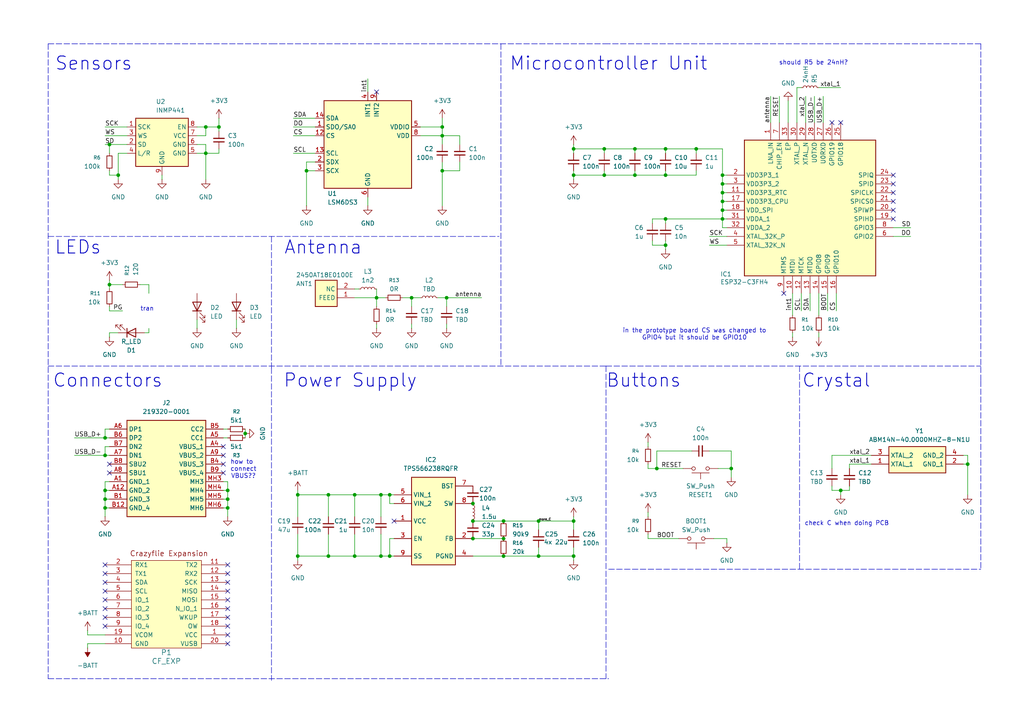
<source format=kicad_sch>
(kicad_sch (version 20250114) (generator "eeschema") (generator_version "9.0")
  (paper "A4")
  (title_block (title "Engineering thesis") (company "Poznan University of Technology") (comment 1 "Marco W. Santoro") (comment 2 "Olaf Bukowski"))
  (text "Power Supply" (at 101.6 110.49 0) (effects (font (size 3.81 3.81) (thickness 0.254) (bold yes))))
  (text "should R5 be 24nH?" (at 235.966 18.288 0) (effects (font (size 1.27 1.27))))
  (text "check C when doing PCB" (at 245.618 151.892 0) (effects (font (size 1.27 1.27))))
  (text "Antenna" (at 93.726 71.882 0) (effects (font (size 3.81 3.81) (thickness 0.254) (bold yes))))
  (text "Microcontroller Unit" (at 176.53 18.542 0) (effects (font (size 3.81 3.81) (thickness 0.254) (bold yes))))
  (text "in the prototype board CS was changed to\nGPIO4 but it should be GPIO10" (at 201.422 97.028 0) (effects (font (size 1.27 1.27))))
  (text "tran" (at 42.672 89.662 0) (effects (font (size 1.27 1.27))))
  (text "how to \nconnect\nVBUS??" (at 70.612 136.144 0) (effects (font (size 1.27 1.27))))
  (text "Sensors" (at 27.178 18.542 0) (effects (font (size 3.81 3.81) (thickness 0.254) (bold yes))))
  (text "Connectors" (at 31.242 110.49 0) (effects (font (size 3.81 3.81) (thickness 0.254) (bold yes))))
  (text "Crystal" (at 242.57 110.49 0) (effects (font (size 3.81 3.81) (thickness 0.254) (bold yes))))
  (text "LEDs" (at 22.606 71.882 0) (effects (font (size 3.81 3.81) (thickness 0.254) (bold yes))))
  (text "Buttons" (at 186.69 110.49 0) (effects (font (size 3.81 3.81) (thickness 0.254) (bold yes))))
  (junction (at 209.55 50.8))
  (junction (at 209.55 60.96))
  (junction (at 137.16 151.13))
  (junction (at 201.93 43.18))
  (junction (at 66.04 144.78))
  (junction (at 34.29 50.8))
  (junction (at 154.94 218.44))
  (junction (at 147.32 213.36))
  (junction (at 88.9 49.53))
  (junction (at 128.27 49.53))
  (junction (at 30.48 147.32))
  (junction (at 193.04 43.18))
  (junction (at 63.5 36.83))
  (junction (at 175.26 43.18))
  (junction (at 102.87 143.51))
  (junction (at 137.16 156.21))
  (junction (at 137.16 146.05))
  (junction (at 86.36 161.29))
  (junction (at 31.75 41.91))
  (junction (at 95.25 143.51))
  (junction (at 156.21 161.29))
  (junction (at 109.22 86.36))
  (junction (at 113.03 143.51))
  (junction (at 66.04 142.24))
  (junction (at 119.38 86.36))
  (junction (at 147.32 218.44))
  (junction (at 166.37 50.8))
  (junction (at 184.15 50.8))
  (junction (at 166.37 151.13))
  (junction (at 209.55 63.5))
  (junction (at 209.55 55.88))
  (junction (at 209.55 53.34))
  (junction (at 154.94 213.36))
  (junction (at 59.69 44.45))
  (junction (at 128.27 39.37))
  (junction (at 30.48 132.08))
  (junction (at 146.05 161.29))
  (junction (at 95.25 161.29))
  (junction (at 212.09 135.89))
  (junction (at 175.26 50.8))
  (junction (at 86.36 143.51))
  (junction (at 71.12 125.73))
  (junction (at 66.04 147.32))
  (junction (at 129.54 86.36))
  (junction (at 193.04 50.8))
  (junction (at 146.05 156.21))
  (junction (at 110.49 143.51))
  (junction (at 30.48 142.24))
  (junction (at 193.04 71.12))
  (junction (at 243.84 142.24))
  (junction (at 193.04 63.5))
  (junction (at 146.05 151.13))
  (junction (at 30.48 127))
  (junction (at 110.49 161.29))
  (junction (at 166.37 161.29))
  (junction (at 113.03 161.29))
  (junction (at 128.27 36.83))
  (junction (at 184.15 43.18))
  (junction (at 156.21 151.13))
  (junction (at 31.75 82.55))
  (junction (at 59.69 36.83))
  (junction (at 190.5 135.89))
  (junction (at 280.67 134.62))
  (junction (at 102.87 161.29))
  (junction (at 209.55 58.42))
  (junction (at 166.37 43.18))
  (junction (at 30.48 144.78))
  (no_connect (at 30.48 179.07))
  (no_connect (at 30.48 181.61))
  (no_connect (at 66.04 173.99))
  (no_connect (at 109.22 26.67))
  (no_connect (at 30.48 171.45))
  (no_connect (at 259.08 55.88))
  (no_connect (at 66.04 168.91))
  (no_connect (at 64.77 137.16))
  (no_connect (at 259.08 60.96))
  (no_connect (at 227.33 85.09))
  (no_connect (at 66.04 184.15))
  (no_connect (at 64.77 132.08))
  (no_connect (at 31.75 134.62))
  (no_connect (at 259.08 50.8))
  (no_connect (at 241.3 35.56))
  (no_connect (at 30.48 176.53))
  (no_connect (at 30.48 163.83))
  (no_connect (at 30.48 168.91))
  (no_connect (at 66.04 171.45))
  (no_connect (at 66.04 163.83))
  (no_connect (at 259.08 53.34))
  (no_connect (at 66.04 186.69))
  (no_connect (at 31.75 137.16))
  (no_connect (at 66.04 176.53))
  (no_connect (at 259.08 58.42))
  (no_connect (at 114.3 151.13))
  (no_connect (at 64.77 129.54))
  (no_connect (at 64.77 134.62))
  (no_connect (at 66.04 179.07))
  (no_connect (at 30.48 166.37))
  (no_connect (at 243.84 35.56))
  (no_connect (at 66.04 166.37))
  (no_connect (at 66.04 181.61))
  (no_connect (at 30.48 173.99))
  (no_connect (at 259.08 63.5))
  (wire (pts (xy 30.48 36.83) (xy 36.83 36.83)))
  (wire (pts (xy 184.15 43.18) (xy 193.04 43.18)))
  (wire (pts (xy 209.55 55.88) (xy 209.55 53.34)))
  (wire (pts (xy 31.75 139.7) (xy 30.48 139.7)))
  (wire (pts (xy 113.03 146.05) (xy 113.03 143.51)))
  (wire (pts (xy 242.57 85.09) (xy 242.57 90.17)))
  (wire (pts (xy 189.23 63.5) (xy 189.23 64.77)))
  (wire (pts (xy 137.16 156.21) (xy 146.05 156.21)))
  (wire (pts (xy 43.18 85.09) (xy 43.18 82.55)))
  (wire (pts (xy 133.35 39.37) (xy 133.35 41.91)))
  (wire (pts (xy 201.93 43.18) (xy 201.93 44.45)))
  (wire (pts (xy 30.48 132.08) (xy 30.48 129.54)))
  (wire (pts (xy 71.12 124.46) (xy 71.12 125.73)))
  (wire (pts (xy 259.08 68.58) (xy 264.16 68.58)))
  (wire (pts (xy 121.92 39.37) (xy 128.27 39.37)))
  (wire (pts (xy 189.23 71.12) (xy 189.23 69.85)))
  (wire (pts (xy 246.38 134.62) (xy 246.38 135.89)))
  (polyline (pts (xy 13.97 68.58) (xy 144.78 68.58)) (stroke (width 0) (type dash)))
  (wire (pts (xy 43.18 82.55) (xy 40.64 82.55)))
  (wire (pts (xy 210.82 68.58) (xy 205.74 68.58)))
  (polyline (pts (xy 78.74 106.68) (xy 78.74 197.358)) (stroke (width 0) (type dash)))
  (wire (pts (xy 110.49 143.51) (xy 113.03 143.51)))
  (wire (pts (xy 68.58 92.71) (xy 68.58 95.25)))
  (wire (pts (xy 237.49 96.52) (xy 237.49 97.79)))
  (wire (pts (xy 166.37 50.8) (xy 166.37 52.07)))
  (wire (pts (xy 209.55 50.8) (xy 210.82 50.8)))
  (wire (pts (xy 57.15 92.71) (xy 57.15 95.25)))
  (wire (pts (xy 43.18 96.52) (xy 43.18 95.25)))
  (wire (pts (xy 121.92 36.83) (xy 128.27 36.83)))
  (wire (pts (xy 184.15 50.8) (xy 193.04 50.8)))
  (wire (pts (xy 86.36 142.24) (xy 86.36 143.51)))
  (polyline (pts (xy 176.53 165.1) (xy 284.48 165.1)) (stroke (width 0) (type dash)))
  (wire (pts (xy 166.37 43.18) (xy 175.26 43.18)))
  (wire (pts (xy 86.36 143.51) (xy 95.25 143.51)))
  (wire (pts (xy 102.87 161.29) (xy 110.49 161.29)))
  (wire (pts (xy 241.3 132.08) (xy 252.73 132.08)))
  (wire (pts (xy 31.75 142.24) (xy 30.48 142.24)))
  (wire (pts (xy 147.32 218.44) (xy 154.94 218.44)))
  (wire (pts (xy 31.75 81.28) (xy 31.75 82.55)))
  (wire (pts (xy 280.67 134.62) (xy 280.67 132.08)))
  (polyline (pts (xy 13.97 12.7) (xy 13.97 196.85)) (stroke (width 0) (type dash)))
  (wire (pts (xy 193.04 63.5) (xy 209.55 63.5)))
  (wire (pts (xy 210.82 156.21) (xy 210.82 157.48)))
  (wire (pts (xy 280.67 132.08) (xy 279.4 132.08)))
  (wire (pts (xy 190.5 135.89) (xy 198.12 135.89)))
  (wire (pts (xy 110.49 149.86) (xy 110.49 143.51)))
  (wire (pts (xy 189.23 63.5) (xy 193.04 63.5)))
  (wire (pts (xy 116.84 86.36) (xy 119.38 86.36)))
  (polyline (pts (xy 175.768 106.172) (xy 175.768 196.85)) (stroke (width 0) (type dash)))
  (wire (pts (xy 34.29 96.52) (xy 31.75 96.52)))
  (wire (pts (xy 184.15 43.18) (xy 184.15 44.45)))
  (wire (pts (xy 31.75 82.55) (xy 31.75 83.82)))
  (wire (pts (xy 241.3 132.08) (xy 241.3 135.89)))
  (wire (pts (xy 113.03 156.21) (xy 113.03 161.29)))
  (wire (pts (xy 119.38 93.98) (xy 119.38 95.25)))
  (wire (pts (xy 63.5 43.18) (xy 63.5 44.45)))
  (wire (pts (xy 166.37 44.45) (xy 166.37 43.18)))
  (wire (pts (xy 129.54 86.36) (xy 139.7 86.36)))
  (wire (pts (xy 91.44 46.99) (xy 88.9 46.99)))
  (polyline (pts (xy 284.48 12.7) (xy 176.53 12.7)) (stroke (width 0) (type dash)))
  (wire (pts (xy 128.27 49.53) (xy 128.27 59.69)))
  (wire (pts (xy 209.55 60.96) (xy 209.55 63.5)))
  (wire (pts (xy 25.4 187.96) (xy 25.4 186.69)))
  (wire (pts (xy 85.09 39.37) (xy 91.44 39.37)))
  (wire (pts (xy 243.84 142.24) (xy 246.38 142.24)))
  (wire (pts (xy 201.93 43.18) (xy 209.55 43.18)))
  (wire (pts (xy 64.77 127) (xy 66.04 127)))
  (wire (pts (xy 109.22 88.9) (xy 109.22 86.36)))
  (wire (pts (xy 129.54 86.36) (xy 129.54 88.9)))
  (wire (pts (xy 106.68 57.15) (xy 106.68 59.69)))
  (wire (pts (xy 209.55 58.42) (xy 209.55 55.88)))
  (wire (pts (xy 190.5 130.81) (xy 200.66 130.81)))
  (wire (pts (xy 208.28 135.89) (xy 212.09 135.89)))
  (wire (pts (xy 128.27 46.99) (xy 128.27 49.53)))
  (wire (pts (xy 119.38 86.36) (xy 121.92 86.36)))
  (polyline (pts (xy 78.74 12.7) (xy 176.53 12.7)) (stroke (width 0) (type dash)))
  (wire (pts (xy 106.68 22.86) (xy 106.68 26.67)))
  (wire (pts (xy 102.87 143.51) (xy 110.49 143.51)))
  (wire (pts (xy 25.4 186.69) (xy 30.48 186.69)))
  (wire (pts (xy 193.04 49.53) (xy 193.04 50.8)))
  (wire (pts (xy 31.75 144.78) (xy 30.48 144.78)))
  (wire (pts (xy 86.36 154.94) (xy 86.36 161.29)))
  (wire (pts (xy 190.5 135.89) (xy 190.5 130.81)))
  (wire (pts (xy 102.87 143.51) (xy 102.87 149.86)))
  (wire (pts (xy 193.04 71.12) (xy 193.04 69.85)))
  (wire (pts (xy 175.26 50.8) (xy 184.15 50.8)))
  (wire (pts (xy 85.09 36.83) (xy 91.44 36.83)))
  (wire (pts (xy 64.77 142.24) (xy 66.04 142.24)))
  (wire (pts (xy 229.87 85.09) (xy 229.87 91.44)))
  (wire (pts (xy 86.36 161.29) (xy 86.36 162.56)))
  (wire (pts (xy 128.27 36.83) (xy 128.27 39.37)))
  (wire (pts (xy 243.84 25.4) (xy 237.49 25.4)))
  (wire (pts (xy 246.38 134.62) (xy 252.73 134.62)))
  (wire (pts (xy 63.5 44.45) (xy 59.69 44.45)))
  (wire (pts (xy 233.68 27.94) (xy 233.68 35.56)))
  (wire (pts (xy 193.04 63.5) (xy 193.04 64.77)))
  (wire (pts (xy 156.21 158.75) (xy 156.21 161.29)))
  (wire (pts (xy 34.29 44.45) (xy 36.83 44.45)))
  (wire (pts (xy 232.41 85.09) (xy 232.41 90.17)))
  (polyline (pts (xy 175.768 106.172) (xy 284.48 106.172)) (stroke (width 0) (type dash)))
  (wire (pts (xy 232.41 25.4) (xy 231.14 25.4)))
  (wire (pts (xy 187.96 156.21) (xy 196.85 156.21)))
  (polyline (pts (xy 13.97 106.172) (xy 175.768 106.172)) (stroke (width 0) (type dash)))
  (wire (pts (xy 187.96 128.27) (xy 187.96 129.54)))
  (wire (pts (xy 66.04 144.78) (xy 66.04 147.32)))
  (wire (pts (xy 66.04 139.7) (xy 66.04 142.24)))
  (wire (pts (xy 209.55 66.04) (xy 209.55 63.5)))
  (polyline (pts (xy 284.48 110.49) (xy 284.48 165.1)) (stroke (width 0) (type dash)))
  (wire (pts (xy 238.76 27.94) (xy 238.76 35.56)))
  (polyline (pts (xy 13.97 196.85) (xy 176.53 196.85)) (stroke (width 0) (type dash)))
  (wire (pts (xy 109.22 83.82) (xy 109.22 86.36)))
  (wire (pts (xy 30.48 124.46) (xy 31.75 124.46)))
  (wire (pts (xy 30.48 132.08) (xy 21.59 132.08)))
  (wire (pts (xy 240.03 85.09) (xy 240.03 90.17)))
  (wire (pts (xy 166.37 158.75) (xy 166.37 161.29)))
  (wire (pts (xy 187.96 148.59) (xy 187.96 149.86)))
  (wire (pts (xy 279.4 134.62) (xy 280.67 134.62)))
  (wire (pts (xy 193.04 43.18) (xy 201.93 43.18)))
  (wire (pts (xy 30.48 144.78) (xy 30.48 147.32)))
  (wire (pts (xy 71.12 127) (xy 71.12 125.73)))
  (wire (pts (xy 30.48 142.24) (xy 30.48 144.78)))
  (wire (pts (xy 31.75 90.17) (xy 35.56 90.17)))
  (wire (pts (xy 57.15 44.45) (xy 59.69 44.45)))
  (wire (pts (xy 85.09 44.45) (xy 91.44 44.45)))
  (wire (pts (xy 236.22 27.94) (xy 236.22 35.56)))
  (wire (pts (xy 154.94 213.36) (xy 162.56 213.36)))
  (wire (pts (xy 102.87 83.82) (xy 104.14 83.82)))
  (wire (pts (xy 46.99 50.8) (xy 46.99 52.07)))
  (wire (pts (xy 57.15 41.91) (xy 59.69 41.91)))
  (wire (pts (xy 129.54 93.98) (xy 129.54 95.25)))
  (wire (pts (xy 31.75 88.9) (xy 31.75 90.17)))
  (wire (pts (xy 31.75 96.52) (xy 31.75 97.79)))
  (polyline (pts (xy 145.288 12.7) (xy 145.288 106.172)) (stroke (width 0) (type dash)))
  (wire (pts (xy 109.22 93.98) (xy 109.22 95.25)))
  (wire (pts (xy 95.25 161.29) (xy 102.87 161.29)))
  (wire (pts (xy 59.69 44.45) (xy 59.69 52.07)))
  (wire (pts (xy 229.87 96.52) (xy 229.87 97.79)))
  (wire (pts (xy 31.75 49.53) (xy 31.75 50.8)))
  (wire (pts (xy 175.26 43.18) (xy 184.15 43.18)))
  (wire (pts (xy 64.77 147.32) (xy 66.04 147.32)))
  (wire (pts (xy 86.36 143.51) (xy 86.36 149.86)))
  (wire (pts (xy 223.52 27.94) (xy 223.52 35.56)))
  (wire (pts (xy 184.15 50.8) (xy 184.15 49.53)))
  (wire (pts (xy 41.91 96.52) (xy 43.18 96.52)))
  (wire (pts (xy 113.03 143.51) (xy 114.3 143.51)))
  (wire (pts (xy 147.32 213.36) (xy 154.94 213.36)))
  (wire (pts (xy 156.21 151.13) (xy 166.37 151.13)))
  (wire (pts (xy 128.27 34.29) (xy 128.27 36.83)))
  (wire (pts (xy 63.5 36.83) (xy 63.5 34.29)))
  (wire (pts (xy 209.55 53.34) (xy 209.55 50.8)))
  (wire (pts (xy 166.37 161.29) (xy 166.37 162.56)))
  (wire (pts (xy 35.56 82.55) (xy 31.75 82.55)))
  (wire (pts (xy 133.35 49.53) (xy 133.35 46.99)))
  (wire (pts (xy 205.74 130.81) (xy 212.09 130.81)))
  (polyline (pts (xy 231.902 106.172) (xy 231.902 165.1)) (stroke (width 0) (type dash)))
  (wire (pts (xy 166.37 50.8) (xy 175.26 50.8)))
  (wire (pts (xy 166.37 151.13) (xy 166.37 153.67)))
  (wire (pts (xy 114.3 146.05) (xy 113.03 146.05)))
  (wire (pts (xy 31.75 41.91) (xy 36.83 41.91)))
  (wire (pts (xy 86.36 161.29) (xy 95.25 161.29)))
  (wire (pts (xy 209.55 50.8) (xy 209.55 43.18)))
  (polyline (pts (xy 13.97 12.7) (xy 78.74 12.7)) (stroke (width 0) (type dash)))
  (wire (pts (xy 66.04 147.32) (xy 66.04 149.86)))
  (wire (pts (xy 110.49 154.94) (xy 110.49 161.29)))
  (wire (pts (xy 175.26 49.53) (xy 175.26 50.8)))
  (wire (pts (xy 127 86.36) (xy 129.54 86.36)))
  (wire (pts (xy 201.93 49.53) (xy 201.93 50.8)))
  (wire (pts (xy 102.87 154.94) (xy 102.87 161.29)))
  (wire (pts (xy 64.77 124.46) (xy 66.04 124.46)))
  (polyline (pts (xy 284.48 12.7) (xy 284.48 110.49)) (stroke (width 0) (type dash)))
  (wire (pts (xy 234.95 85.09) (xy 234.95 90.17)))
  (wire (pts (xy 64.77 144.78) (xy 66.04 144.78)))
  (wire (pts (xy 187.96 135.89) (xy 190.5 135.89)))
  (wire (pts (xy 156.21 161.29) (xy 166.37 161.29)))
  (wire (pts (xy 113.03 161.29) (xy 114.3 161.29)))
  (wire (pts (xy 243.84 142.24) (xy 243.84 143.51)))
  (wire (pts (xy 119.38 86.36) (xy 119.38 88.9)))
  (wire (pts (xy 85.09 34.29) (xy 91.44 34.29)))
  (wire (pts (xy 193.04 72.39) (xy 193.04 71.12)))
  (wire (pts (xy 31.75 41.91) (xy 31.75 44.45)))
  (wire (pts (xy 88.9 46.99) (xy 88.9 49.53)))
  (wire (pts (xy 25.4 182.88) (xy 25.4 184.15)))
  (wire (pts (xy 110.49 161.29) (xy 113.03 161.29)))
  (wire (pts (xy 210.82 66.04) (xy 209.55 66.04)))
  (wire (pts (xy 175.26 43.18) (xy 175.26 44.45)))
  (wire (pts (xy 154.94 218.44) (xy 162.56 218.44)))
  (wire (pts (xy 59.69 36.83) (xy 63.5 36.83)))
  (wire (pts (xy 30.48 129.54) (xy 31.75 129.54)))
  (wire (pts (xy 156.21 161.29) (xy 146.05 161.29)))
  (wire (pts (xy 209.55 55.88) (xy 210.82 55.88)))
  (wire (pts (xy 212.09 135.89) (xy 212.09 138.43)))
  (wire (pts (xy 193.04 50.8) (xy 201.93 50.8)))
  (wire (pts (xy 88.9 49.53) (xy 88.9 59.69)))
  (wire (pts (xy 259.08 66.04) (xy 264.16 66.04)))
  (wire (pts (xy 57.15 36.83) (xy 59.69 36.83)))
  (wire (pts (xy 226.06 27.94) (xy 226.06 35.56)))
  (wire (pts (xy 31.75 50.8) (xy 34.29 50.8)))
  (wire (pts (xy 207.01 156.21) (xy 210.82 156.21)))
  (wire (pts (xy 237.49 85.09) (xy 237.49 91.44)))
  (wire (pts (xy 128.27 39.37) (xy 133.35 39.37)))
  (wire (pts (xy 189.23 71.12) (xy 193.04 71.12)))
  (wire (pts (xy 95.25 143.51) (xy 95.25 149.86)))
  (wire (pts (xy 63.5 38.1) (xy 63.5 36.83)))
  (wire (pts (xy 187.96 134.62) (xy 187.96 135.89)))
  (wire (pts (xy 30.48 139.7) (xy 30.48 142.24)))
  (polyline (pts (xy 78.74 68.58) (xy 78.74 106.68)) (stroke (width 0) (type dash)))
  (wire (pts (xy 187.96 154.94) (xy 187.96 156.21)))
  (wire (pts (xy 66.04 142.24) (xy 66.04 144.78)))
  (wire (pts (xy 212.09 130.81) (xy 212.09 135.89)))
  (wire (pts (xy 31.75 132.08) (xy 30.48 132.08)))
  (wire (pts (xy 25.4 184.15) (xy 30.48 184.15)))
  (wire (pts (xy 95.25 143.51) (xy 102.87 143.51)))
  (wire (pts (xy 109.22 86.36) (xy 111.76 86.36)))
  (wire (pts (xy 147.32 213.36) (xy 147.32 212.09)))
  (wire (pts (xy 34.29 44.45) (xy 34.29 50.8)))
  (wire (pts (xy 205.74 71.12) (xy 210.82 71.12)))
  (wire (pts (xy 57.15 39.37) (xy 59.69 39.37)))
  (wire (pts (xy 30.48 127) (xy 30.48 124.46)))
  (wire (pts (xy 91.44 49.53) (xy 88.9 49.53)))
  (wire (pts (xy 34.29 50.8) (xy 34.29 52.07)))
  (wire (pts (xy 30.48 127) (xy 21.59 127)))
  (wire (pts (xy 114.3 156.21) (xy 113.03 156.21)))
  (wire (pts (xy 246.38 142.24) (xy 246.38 140.97)))
  (wire (pts (xy 147.32 218.44) (xy 147.32 219.71)))
  (wire (pts (xy 209.55 58.42) (xy 210.82 58.42)))
  (wire (pts (xy 193.04 43.18) (xy 193.04 44.45)))
  (wire (pts (xy 31.75 127) (xy 30.48 127)))
  (wire (pts (xy 128.27 39.37) (xy 128.27 41.91)))
  (wire (pts (xy 210.82 60.96) (xy 209.55 60.96)))
  (wire (pts (xy 228.6 29.21) (xy 228.6 35.56)))
  (wire (pts (xy 59.69 39.37) (xy 59.69 36.83)))
  (wire (pts (xy 30.48 39.37) (xy 36.83 39.37)))
  (wire (pts (xy 137.16 151.13) (xy 146.05 151.13)))
  (wire (pts (xy 30.48 147.32) (xy 30.48 149.86)))
  (wire (pts (xy 280.67 134.62) (xy 280.67 143.51)))
  (wire (pts (xy 166.37 49.53) (xy 166.37 50.8)))
  (wire (pts (xy 166.37 41.91) (xy 166.37 43.18)))
  (wire (pts (xy 59.69 41.91) (xy 59.69 44.45)))
  (wire (pts (xy 209.55 53.34) (xy 210.82 53.34)))
  (wire (pts (xy 156.21 151.13) (xy 156.21 153.67)))
  (wire (pts (xy 95.25 154.94) (xy 95.25 161.29)))
  (wire (pts (xy 241.3 142.24) (xy 243.84 142.24)))
  (wire (pts (xy 231.14 25.4) (xy 231.14 35.56)))
  (wire (pts (xy 146.05 151.13) (xy 156.21 151.13)))
  (wire (pts (xy 209.55 60.96) (xy 209.55 58.42)))
  (wire (pts (xy 241.3 140.97) (xy 241.3 142.24)))
  (wire (pts (xy 30.48 41.91) (xy 31.75 41.91)))
  (wire (pts (xy 109.22 86.36) (xy 102.87 86.36)))
  (wire (pts (xy 64.77 139.7) (xy 66.04 139.7)))
  (wire (pts (xy 31.75 147.32) (xy 30.48 147.32)))
  (wire (pts (xy 137.16 161.29) (xy 146.05 161.29)))
  (wire (pts (xy 166.37 149.86) (xy 166.37 151.13)))
  (wire (pts (xy 128.27 49.53) (xy 133.35 49.53)))
  (wire (pts (xy 209.55 63.5) (xy 210.82 63.5)))
  (label "WS" (at 30.48 39.37 0))
  (label "DO" (at 264.16 68.58 180))
  (label "antenna" (at 223.52 27.94 270))
  (label "antenna" (at 139.7 86.36 180))
  (label "more_C" (at 156.21 151.13 0) (effects (font (size 0.635 0.635))))
  (label "CS" (at 242.57 90.17 90))
  (label "more_C" (at 147.32 212.09 0) (effects (font (size 0.635 0.635))))
  (label "BOOT" (at 240.03 90.17 90))
  (label "USB_D+" (at 21.59 127 0))
  (label "SCL" (at 232.41 90.17 90))
  (label "xtal_2" (at 233.68 27.94 270))
  (label "SD" (at 264.16 66.04 180))
  (label "int1" (at 106.68 22.86 270))
  (label "SD" (at 30.48 41.91 0))
  (label "USB_D-" (at 236.22 27.94 270))
  (label "SDA" (at 234.95 90.17 90))
  (label "PG" (at 35.56 90.17 180))
  (label "SDA" (at 85.09 34.29 0))
  (label "SCK" (at 30.48 36.83 0))
  (label "xtal_1" (at 243.84 25.4 180))
  (label "RESET" (at 191.77 135.89 0))
  (label "xtal_2" (at 246.38 132.08 0))
  (label "DO" (at 85.09 36.83 0))
  (label "USB_D+" (at 238.76 27.94 270))
  (label "WS" (at 205.74 71.12 0))
  (label "USB_D-" (at 21.59 132.08 0))
  (label "RESET" (at 226.06 27.94 270))
  (label "BOOT" (at 190.5 156.21 0))
  (label "int1" (at 229.87 90.17 90))
  (label "SCL" (at 85.09 44.45 0))
  (label "xtal_1" (at 246.38 134.62 0))
  (label "CS" (at 85.09 39.37 0))
  (label "SCK" (at 205.74 68.58 0))
  (symbol (lib_name "CF_EXP_LEFT_2") (lib_id "template-rescue:CF_EXP_LEFT") (at 48.26 175.26 0) (unit 1)
    (property "Reference" "P1" (at 48.26 189.23 0) (effects (font (size 1.524 1.524))))
    (property "Value" "CF_EXP" (at 48.26 191.77 0) (effects (font (size 1.524 1.524))))
    (property "Footprint" "drone_connector:drone_connector" (effects (hide yes)))
  )
  (symbol (lib_id "power:GND") (at 66.04 149.86 0) (unit 1)
    (property "Reference" "#PWR025" (effects (hide yes)))
    (property "Value" "GND" (at 66.04 154.94 0))
    (property "Description" "Power symbol creates a global label with name \"GND\" , ground" (effects (hide yes)))
  )
  (symbol (lib_id "power:+3V3") (at 63.5 34.29 0) (unit 1)
    (property "Reference" "#PWR09" (effects (hide yes)))
    (property "Value" "+3V3" (at 63.5 29.21 0))
    (property "Description" "Power symbol creates a global label with name \"+3V3\"" (effects (hide yes)))
  )
  (symbol (lib_id "power:GND") (at 243.84 143.51 0) (unit 1)
    (property "Reference" "#PWR020" (effects (hide yes)))
    (property "Value" "GND" (at 243.84 148.59 0))
    (property "Description" "Power symbol creates a global label with name \"GND\" , ground" (effects (hide yes)))
  )
  (symbol (lib_id "power:+3V3") (at 166.37 41.91 0) (unit 1)
    (property "Reference" "#PWR02" (effects (hide yes)))
    (property "Value" "+3V3" (at 166.37 36.83 0))
    (property "Description" "Power symbol creates a global label with name \"+3V3\"" (effects (hide yes)))
  )
  (symbol (lib_id "power:GND") (at 280.67 143.51 0) (unit 1)
    (property "Reference" "#PWR019" (effects (hide yes)))
    (property "Value" "GND" (at 280.67 148.59 0))
    (property "Description" "Power symbol creates a global label with name \"GND\" , ground" (effects (hide yes)))
  )
  (symbol (lib_id "Device:C_Small") (at 193.04 46.99 180) (unit 1)
    (property "Reference" "C10" (at 195.58 45.7135 0) (effects (justify right)))
    (property "Value" "10u" (at 195.58 48.2535 0) (effects (justify right)))
    (property "Footprint" "Capacitor_SMD:C_0603_1608Metric" (effects (hide yes)))
    (property "Description" "Unpolarized capacitor, small symbol" (effects (hide yes)))
  )
  (symbol (lib_id "power:GND") (at 128.27 59.69 0) (unit 1)
    (property "Reference" "#PWR05" (effects (hide yes)))
    (property "Value" "GND" (at 128.27 64.77 0))
    (property "Description" "Power symbol creates a global label with name \"GND\" , ground" (effects (hide yes)))
  )
  (symbol (lib_id "power:GND") (at 166.37 52.07 0) (unit 1)
    (property "Reference" "#PWR018" (effects (hide yes)))
    (property "Value" "GND" (at 166.37 57.15 0))
    (property "Description" "Power symbol creates a global label with name \"GND\" , ground" (effects (hide yes)))
  )
  (symbol (lib_id "Device:L_Small") (at 234.95 25.4 270) (mirror x) (unit 1)
    (property "Reference" "R5" (at 236.2201 24.13 0) (effects (justify left)))
    (property "Value" "24nH" (at 233.6801 24.13 0) (effects (justify left)))
    (property "Footprint" "coil_24nH:LQW2BAN11NG00L" (effects (hide yes)))
    (property "Description" "Inductor, small symbol" (effects (hide yes)))
  )
  (symbol (lib_id "power:GND") (at 46.99 52.07 0) (unit 1)
    (property "Reference" "#PWR07" (effects (hide yes)))
    (property "Value" "GND" (at 46.99 57.15 0))
    (property "Description" "Power symbol creates a global label with name \"GND\" , ground" (effects (hide yes)))
  )
  (symbol (lib_id "power:+BATT") (at 25.4 182.88 0) (unit 1)
    (property "Reference" "#PWR028" (effects (hide yes)))
    (property "Value" "+BATT" (at 25.4 177.8 0))
    (property "Description" "Power symbol creates a global label with name \"+BATT\"" (effects (hide yes)))
  )
  (symbol (lib_id "power:GND") (at 229.87 97.79 0) (unit 1)
    (property "Reference" "#PWR011" (effects (hide yes)))
    (property "Value" "GND" (at 229.87 102.87 0))
    (property "Description" "Power symbol creates a global label with name \"GND\" , ground" (effects (hide yes)))
  )
  (symbol (lib_id "Device:R_Small") (at 31.75 46.99 0) (unit 1)
    (property "Reference" "R6" (at 29.21 45.7199 0) (effects (font (size 1.016 1.016)) (justify right)))
    (property "Value" "100k" (at 29.21 48.2599 0) (effects (justify right)))
    (property "Footprint" "Resistor_SMD:R_0603_1608Metric" (effects (hide yes)))
    (property "Description" "Resistor, small symbol" (effects (hide yes)))
  )
  (symbol (lib_id "power:GND") (at 109.22 95.25 0) (unit 1)
    (property "Reference" "#PWR037" (effects (hide yes)))
    (property "Value" "GND" (at 109.22 100.33 0))
    (property "Description" "Power symbol creates a global label with name \"GND\" , ground" (effects (hide yes)))
  )
  (symbol (lib_id "power:+3V3") (at 166.37 149.86 0) (unit 1)
    (property "Reference" "#PWR042" (effects (hide yes)))
    (property "Value" "+3V3" (at 166.37 144.78 0))
    (property "Description" "Power symbol creates a global label with name \"+3V3\"" (effects (hide yes)))
  )
  (symbol (lib_id "Device:R_Small") (at 31.75 86.36 0) (mirror y) (unit 1)
    (property "Reference" "R11" (at 29.21 85.0899 0) (effects (font (size 1.016 1.016)) (justify left)))
    (property "Value" "10k" (at 29.21 87.6299 0) (effects (justify left)))
    (property "Footprint" "Resistor_SMD:R_0603_1608Metric" (effects (hide yes)))
    (property "Description" "Resistor, small symbol" (effects (hide yes)))
  )
  (symbol (lib_id "TPS566238RQFR:TPS566238RQFR") (at 114.3 140.97 0) (unit 1)
    (property "Reference" "IC2" (at 124.968 133.35 0))
    (property "Value" "TPS566238RQFR" (at 124.968 135.89 0))
    (property "Footprint" "TPS566238RQFR" (effects (hide yes)))
    (property "Datasheet" "https://www.ti.com/lit/ds/symlink/tps566238.pdf?ts=1674445033157&ref_url=https%253A%252F%252Fwww.ti.com%252Fproduct%252FTPS566238%252Fpart-details%252FTPS566238RQFR" (effects (hide yes)))
    (property "Description" "Switching Voltage Regulators 3-V to 18-V input, 6-A synchronous step-down regulator with forced continuous conduction mode 9-VQFN-HR -40 to 125" (effects (hide yes)))
    (property "Height" "1" (effects (hide yes)))
    (property "Mouser Part Number" "595-TPS566238RQFR" (effects (hide yes)))
    (property "Mouser Price/Stock" "https://www.mouser.co.uk/ProductDetail/Texas-Instruments/TPS566238RQFR?qs=stqOd1AaK7%252BIxOvIy4vX6A%3D%3D" (effects (hide yes)))
    (property "Manufacturer_Name" "Texas Instruments" (effects (hide yes)))
    (property "Manufacturer_Part_Number" "TPS566238RQFR" (effects (hide yes)))
  )
  (symbol (lib_id "Device:R_Small") (at 187.96 152.4 0) (mirror y) (unit 1)
    (property "Reference" "R9" (at 185.42 151.1299 0) (effects (font (size 1.016 1.016)) (justify left)))
    (property "Value" "10k" (at 185.42 153.6699 0) (effects (justify left)))
    (property "Footprint" "Resistor_SMD:R_0603_1608Metric" (effects (hide yes)))
    (property "Description" "Resistor, small symbol" (effects (hide yes)))
  )
  (symbol (lib_id "power:+3V3") (at 187.96 128.27 0) (unit 1)
    (property "Reference" "#PWR016" (effects (hide yes)))
    (property "Value" "+3V3" (at 187.96 123.19 0))
    (property "Description" "Power symbol creates a global label with name \"+3V3\"" (effects (hide yes)))
  )
  (symbol (lib_id "Device:R_Small") (at 114.3 86.36 90) (unit 1)
    (property "Reference" "R13" (at 114.3 81.28 90) (effects (font (size 1.016 1.016))))
    (property "Value" "0R" (at 114.3 83.82 90))
    (property "Footprint" "Resistor_SMD:R_0603_1608Metric" (effects (hide yes)))
    (property "Description" "Resistor, small symbol" (effects (hide yes)))
  )
  (symbol (lib_id "power:GND") (at 68.58 95.25 0) (unit 1)
    (property "Reference" "#PWR033" (effects (hide yes)))
    (property "Value" "GND" (at 68.58 100.33 0))
    (property "Description" "Power symbol creates a global label with name \"GND\" , ground" (effects (hide yes)))
  )
  (symbol (lib_id "ESP32-C3FH4:ESP32-C3FH4") (at 210.82 53.34 0) (unit 1)
    (property "Reference" "IC1" (at 210.566 79.502 0))
    (property "Value" "ESP32-C3FH4" (at 215.9 81.788 0))
    (property "Footprint" "ESP32-C3FH4:QFN50P500X500X90-33N-D" (effects (hide yes)))
    (property "Datasheet" "https://www.espressif.com/sites/default/files/documentation/esp32-c3_datasheet_en.pdf" (effects (hide yes)))
    (property "Description" "RF System on a Chip - SoC SMD IC ESP32-C3FH4, single-core MCU, 2.4G Wi-Fi & BLE 5.0 combo, QFN 32-pin, 5*5 mm, 4 MB flash inside, -40C +105C" (effects (hide yes)))
    (property "Height" "0.9" (effects (hide yes)))
    (property "Mouser Part Number" "356-ESP32-C3FH4" (effects (hide yes)))
    (property "Mouser Price/Stock" "https://www.mouser.co.uk/ProductDetail/Espressif-Systems/ESP32-C3FH4?qs=iLbezkQI%252BsgL5PSvEueYlQ%3D%3D" (effects (hide yes)))
    (property "Manufacturer_Name" "Espressif Systems" (effects (hide yes)))
    (property "Manufacturer_Part_Number" "ESP32-C3FH4" (effects (hide yes)))
  )
  (symbol (lib_id "Device:C_Small") (at 119.38 91.44 0) (mirror y) (unit 1)
    (property "Reference" "C17" (at 121.92 90.1762 0) (effects (justify right)))
    (property "Value" "TBD" (at 121.92 92.7162 0) (effects (justify right)))
    (property "Footprint" "Capacitor_SMD:C_0603_1608Metric" (effects (hide yes)))
    (property "Description" "Unpolarized capacitor, small symbol" (effects (hide yes)))
  )
  (symbol (lib_id "Device:C_Small") (at 184.15 46.99 180) (unit 1)
    (property "Reference" "C9" (at 186.69 45.7135 0) (effects (justify right)))
    (property "Value" "100n" (at 186.69 48.2535 0) (effects (justify right)))
    (property "Footprint" "Capacitor_SMD:C_0603_1608Metric" (effects (hide yes)))
    (property "Description" "Unpolarized capacitor, small symbol" (effects (hide yes)))
  )
  (symbol (lib_id "power:+3V3") (at 187.96 148.59 0) (unit 1)
    (property "Reference" "#PWR034" (effects (hide yes)))
    (property "Value" "+3V3" (at 187.96 143.51 0))
    (property "Description" "Power symbol creates a global label with name \"+3V3\"" (effects (hide yes)))
  )
  (symbol (lib_id "Timer_RTC:DS1602") (at 46.99 41.91 0) (unit 1)
    (property "Reference" "U2" (at 45.212 29.464 0) (effects (justify left)))
    (property "Value" "INMP441" (at 45.212 32.004 0) (effects (justify left)))
    (property "Footprint" "INMP441:INMP441" (effects (hide yes)))
    (property "Datasheet" "https://datasheets.maximintegrated.com/en/ds/DS1602.pdf" (effects (hide yes)))
    (property "Description" "Elapsed Time Counter, -40 to +85 C, 2.5V to 5.5V VCC, DIP-8, SO-8" (effects (hide yes)))
  )
  (symbol (lib_id "Switch:SW_Push") (at 201.93 156.21 180) (unit 1)
    (property "Reference" "BOOT1" (at 201.93 151.13 0))
    (property "Value" "SW_Push" (at 201.93 153.67 0))
    (property "Footprint" "PTS526SK15SMTR2_LFS:PTS526SK15SMTR2LFS" (effects (hide yes)))
    (property "Description" "Push button switch, generic, two pins" (effects (hide yes)))
  )
  (symbol (lib_id "power:+BATT") (at 86.36 142.24 0) (unit 1)
    (property "Reference" "#PWR038" (effects (hide yes)))
    (property "Value" "+BATT" (at 86.36 137.16 0))
    (property "Description" "Power symbol creates a global label with name \"+BATT\"" (effects (hide yes)))
  )
  (symbol (lib_id "power:GND") (at 228.6 29.21 180) (unit 1)
    (property "Reference" "#PWR023" (effects (hide yes)))
    (property "Value" "GND" (at 228.6 24.13 0))
    (property "Description" "Power symbol creates a global label with name \"GND\" , ground" (effects (hide yes)))
  )
  (symbol (lib_id "power:GND") (at 34.29 52.07 0) (unit 1)
    (property "Reference" "#PWR010" (effects (hide yes)))
    (property "Value" "GND" (at 34.29 57.15 0))
    (property "Description" "Power symbol creates a global label with name \"GND\" , ground" (effects (hide yes)))
  )
  (symbol (lib_id "Device:C_Small") (at 156.21 156.21 0) (unit 1)
    (property "Reference" "C25" (at 157.988 154.94 0) (effects (justify left)))
    (property "Value" "4x 22u" (at 157.734 157.226 0) (effects (justify left)))
    (property "Footprint" "Capacitor_SMD:C_0603_1608Metric" (effects (hide yes)))
    (property "Description" "Unpolarized capacitor, small symbol" (effects (hide yes)))
  )
  (symbol (lib_id "Device:C_Small") (at 86.36 152.4 0) (mirror y) (unit 1)
    (property "Reference" "C19" (at 84.328 151.13 0) (effects (justify left)))
    (property "Value" "47u" (at 84.328 153.67 0) (effects (justify left)))
    (property "Footprint" "cap_47u:CAPC3216X229N" (effects (hide yes)))
    (property "Description" "Unpolarized capacitor, small symbol" (effects (hide yes)))
  )
  (symbol (lib_id "Device:R_Small") (at 146.05 158.75 0) (unit 1)
    (property "Reference" "R16" (at 148.59 157.4799 0) (effects (font (size 1.016 1.016)) (justify left)))
    (property "Value" "20k" (at 148.59 160.0199 0) (effects (justify left)))
    (property "Footprint" "Resistor_SMD:R_0603_1608Metric" (effects (hide yes)))
    (property "Description" "Resistor, small symbol" (effects (hide yes)))
  )
  (symbol (lib_id "Device:C_Small") (at 166.37 156.21 0) (unit 1)
    (property "Reference" "C26" (at 168.91 154.9462 0) (effects (justify left)))
    (property "Value" "100n" (at 168.91 157.4862 0) (effects (justify left)))
    (property "Footprint" "Capacitor_SMD:C_0603_1608Metric" (effects (hide yes)))
    (property "Description" "Unpolarized capacitor, small symbol" (effects (hide yes)))
  )
  (symbol (lib_id "power:GND") (at 119.38 95.25 0) (unit 1)
    (property "Reference" "#PWR030" (effects (hide yes)))
    (property "Value" "GND" (at 119.38 100.33 0))
    (property "Description" "Power symbol creates a global label with name \"GND\" , ground" (effects (hide yes)))
  )
  (symbol (lib_id "power:GND") (at 210.82 157.48 0) (unit 1)
    (property "Reference" "#PWR014" (effects (hide yes)))
    (property "Value" "GND" (at 210.82 162.56 0))
    (property "Description" "Power symbol creates a global label with name \"GND\" , ground" (effects (hide yes)))
  )
  (symbol (lib_id "Device:R_Small") (at 187.96 132.08 0) (mirror y) (unit 1)
    (property "Reference" "R4" (at 185.42 130.8099 0) (effects (font (size 1.016 1.016)) (justify left)))
    (property "Value" "10k" (at 185.42 133.3499 0) (effects (justify left)))
    (property "Footprint" "Resistor_SMD:R_0603_1608Metric" (effects (hide yes)))
    (property "Description" "Resistor, small symbol" (effects (hide yes)))
  )
  (symbol (lib_id "Device:R_Small") (at 68.58 127 90) (mirror x) (unit 1)
    (property "Reference" "R3" (at 68.58 132.08 90) (effects (font (size 1.016 1.016))))
    (property "Value" "5k1" (at 68.58 129.54 90))
    (property "Footprint" "Resistor_SMD:R_0603_1608Metric" (effects (hide yes)))
    (property "Description" "Resistor, small symbol" (effects (hide yes)))
  )
  (symbol (lib_id "power:GND") (at 86.36 162.56 0) (unit 1)
    (property "Reference" "#PWR039" (effects (hide yes)))
    (property "Value" "GND" (at 86.36 167.64 0))
    (property "Description" "Power symbol creates a global label with name \"GND\" , ground" (effects (hide yes)))
  )
  (symbol (lib_id "Device:C_Small") (at 246.38 138.43 0) (unit 1)
    (property "Reference" "C12" (at 248.92 137.1662 0) (effects (justify left)))
    (property "Value" "TBD" (at 248.92 139.7062 0) (effects (justify left)))
    (property "Footprint" "Capacitor_SMD:C_0603_1608Metric" (effects (hide yes)))
    (property "Description" "Unpolarized capacitor, small symbol" (effects (hide yes)))
  )
  (symbol (lib_id "Device:C_Small") (at 129.54 91.44 0) (mirror y) (unit 1)
    (property "Reference" "C18" (at 132.08 90.1762 0) (effects (justify right)))
    (property "Value" "TBD" (at 132.08 92.7162 0) (effects (justify right)))
    (property "Footprint" "Capacitor_SMD:C_0603_1608Metric" (effects (hide yes)))
    (property "Description" "Unpolarized capacitor, small symbol" (effects (hide yes)))
  )
  (symbol (lib_id "power:GND") (at 129.54 95.25 0) (unit 1)
    (property "Reference" "#PWR021" (effects (hide yes)))
    (property "Value" "GND" (at 129.54 100.33 0))
    (property "Description" "Power symbol creates a global label with name \"GND\" , ground" (effects (hide yes)))
  )
  (symbol (lib_id "Switch:SW_Push") (at 203.2 135.89 180) (unit 1)
    (property "Reference" "RESET1" (at 203.2 143.51 0))
    (property "Value" "SW_Push" (at 203.2 140.97 0))
    (property "Footprint" "PTS526SK15SMTR2_LFS:PTS526SK15SMTR2LFS" (effects (hide yes)))
    (property "Description" "Push button switch, generic, two pins" (effects (hide yes)))
  )
  (symbol (lib_id "power:GND") (at 59.69 52.07 0) (unit 1)
    (property "Reference" "#PWR08" (effects (hide yes)))
    (property "Value" "GND" (at 59.69 57.15 0))
    (property "Description" "Power symbol creates a global label with name \"GND\" , ground" (effects (hide yes)))
  )
  (symbol (lib_id "power:+3V3") (at 128.27 34.29 0) (unit 1)
    (property "Reference" "#PWR04" (effects (hide yes)))
    (property "Value" "+3V3" (at 128.27 29.21 0))
    (property "Description" "Power symbol creates a global label with name \"+3V3\"" (effects (hide yes)))
  )
  (symbol (lib_id "power:+3V3") (at 237.49 97.79 180) (unit 1)
    (property "Reference" "#PWR035" (effects (hide yes)))
    (property "Value" "+3V3" (at 237.49 102.87 0))
    (property "Description" "Power symbol creates a global label with name \"+3V3\"" (effects (hide yes)))
  )
  (symbol (lib_id "Device:LED") (at 68.58 88.9 90) (unit 1)
    (property "Reference" "D3" (at 72.39 89.2174 90) (effects (justify right)))
    (property "Value" "LED" (at 72.39 91.7574 90) (effects (justify right)))
    (property "Description" "Light emitting diode" (effects (hide yes)))
    (property "Sim.Pins" "1=K 2=A" (effects (hide yes)))
  )
  (symbol (lib_id "Device:LED") (at 38.1 96.52 0) (mirror x) (unit 1)
    (property "Reference" "D1" (at 38.1 101.6 0))
    (property "Value" "R_LED" (at 38.1 99.06 0))
    (property "Description" "Light emitting diode" (effects (hide yes)))
    (property "Sim.Pins" "1=K 2=A" (effects (hide yes)))
  )
  (symbol (lib_id "Sensor_Motion:LSM6DS3") (at 106.68 41.91 0) (unit 1)
    (property "Reference" "U1" (at 94.996 56.134 0) (effects (justify left)))
    (property "Value" "LSM6DS3" (at 94.996 58.674 0) (effects (justify left)))
    (property "Footprint" "Package_LGA:LGA-14_3x2.5mm_P0.5mm_LayoutBorder3x4y" (effects (hide yes)))
    (property "Datasheet" "https://www.st.com/resource/en/datasheet/lsm6ds3tr-c.pdf" (effects (hide yes)))
    (property "Description" "I2C/SPI, iNEMO inertial module: always-on 3D accelerometer and 3D gyroscope" (effects (hide yes)))
  )
  (symbol (lib_id "Device:C_Small") (at 162.56 215.9 0) (unit 1)
    (property "Reference" "C16" (at 164.338 214.63 0) (effects (justify left)))
    (property "Value" "22u" (at 164.084 216.916 0) (effects (justify left)))
    (property "Footprint" "Capacitor_SMD:C_0603_1608Metric" (effects (hide yes)))
    (property "Description" "Unpolarized capacitor, small symbol" (effects (hide yes)))
  )
  (symbol (lib_id "Device:C_Small") (at 137.16 153.67 0) (unit 1)
    (property "Reference" "C24" (at 139.7 152.4062 0) (effects (justify left)))
    (property "Value" "33p" (at 139.7 154.9462 0) (effects (justify left)))
    (property "Footprint" "Capacitor_SMD:C_0603_1608Metric" (effects (hide yes)))
    (property "Description" "Unpolarized capacitor, small symbol" (effects (hide yes)))
  )
  (symbol (lib_id "Device:C_Small") (at 201.93 46.99 180) (unit 1)
    (property "Reference" "C11" (at 204.47 45.7135 0) (effects (justify right)))
    (property "Value" "1u" (at 204.47 48.2535 0) (effects (justify right)))
    (property "Footprint" "Capacitor_SMD:C_0603_1608Metric" (effects (hide yes)))
    (property "Description" "Unpolarized capacitor, small symbol" (effects (hide yes)))
  )
  (symbol (lib_id "Device:C_Small") (at 95.25 152.4 0) (mirror y) (unit 1)
    (property "Reference" "C22" (at 93.218 151.13 0) (effects (justify left)))
    (property "Value" "100n" (at 93.218 153.67 0) (effects (justify left)))
    (property "Footprint" "Capacitor_SMD:C_0603_1608Metric" (effects (hide yes)))
    (property "Description" "Unpolarized capacitor, small symbol" (effects (hide yes)))
  )
  (symbol (lib_id "power:GND") (at 31.75 97.79 0) (unit 1)
    (property "Reference" "#PWR036" (effects (hide yes)))
    (property "Value" "GND" (at 31.75 102.87 0))
    (property "Description" "Power symbol creates a global label with name \"GND\" , ground" (effects (hide yes)))
  )
  (symbol (lib_id "Device:LED") (at 57.15 88.9 90) (unit 1)
    (property "Reference" "D2" (at 60.96 89.2174 90) (effects (justify right)))
    (property "Value" "LED" (at 60.96 91.7574 90) (effects (justify right)))
    (property "Description" "Light emitting diode" (effects (hide yes)))
    (property "Sim.Pins" "1=K 2=A" (effects (hide yes)))
  )
  (symbol (lib_id "Device:L_Small") (at 137.16 148.59 0) (unit 1)
    (property "Reference" "L4" (at 139.7 147.3199 0) (effects (justify left)))
    (property "Value" "1.5u" (at 139.7 149.8599 0) (effects (justify left)))
    (property "Footprint" "74438357015:74438357015" (effects (hide yes)))
    (property "Description" "Inductor, small symbol" (effects (hide yes)))
  )
  (symbol (lib_id "Device:R_Small") (at 68.58 124.46 270) (mirror x) (unit 1)
    (property "Reference" "R2" (at 68.58 119.38 90) (effects (font (size 1.016 1.016))))
    (property "Value" "5k1" (at 68.58 121.92 90))
    (property "Footprint" "Resistor_SMD:R_0603_1608Metric" (effects (hide yes)))
    (property "Description" "Resistor, small symbol" (effects (hide yes)))
  )
  (symbol (lib_id "power:GND") (at 166.37 162.56 0) (unit 1)
    (property "Reference" "#PWR041" (effects (hide yes)))
    (property "Value" "GND" (at 166.37 167.64 0))
    (property "Description" "Power symbol creates a global label with name \"GND\" , ground" (effects (hide yes)))
  )
  (symbol (lib_id "Device:C_Small") (at 137.16 143.51 180) (unit 1)
    (property "Reference" "C27" (at 138.938 141.986 0) (effects (justify right)))
    (property "Value" "100n" (at 138.938 144.526 0) (effects (justify right)))
    (property "Footprint" "Capacitor_SMD:C_0603_1608Metric" (effects (hide yes)))
    (property "Description" "Unpolarized capacitor, small symbol" (effects (hide yes)))
  )
  (symbol (lib_id "Device:C_Small") (at 241.3 138.43 0) (unit 1)
    (property "Reference" "C13" (at 238.76 137.1662 0) (effects (justify right)))
    (property "Value" "TBD" (at 238.76 139.7062 0) (effects (justify right)))
    (property "Footprint" "Capacitor_SMD:C_0603_1608Metric" (effects (hide yes)))
    (property "Description" "Unpolarized capacitor, small symbol" (effects (hide yes)))
  )
  (symbol (lib_id "power:GND") (at 30.48 149.86 0) (unit 1)
    (property "Reference" "#PWR024" (effects (hide yes)))
    (property "Value" "GND" (at 30.48 154.94 0))
    (property "Description" "Power symbol creates a global label with name \"GND\" , ground" (effects (hide yes)))
  )
  (symbol (lib_id "power:+3V3") (at 31.75 81.28 0) (unit 1)
    (property "Reference" "#PWR031" (effects (hide yes)))
    (property "Value" "+3V3" (at 31.75 76.2 0))
    (property "Description" "Power symbol creates a global label with name \"+3V3\"" (effects (hide yes)))
  )
  (symbol (lib_id "Device:L_Small") (at 124.46 86.36 90) (unit 1)
    (property "Reference" "L2" (at 124.46 81.28 90))
    (property "Value" "TBD" (at 124.46 83.82 90))
    (property "Footprint" "Inductor_SMD:L_0402_1005Metric" (effects (hide yes)))
    (property "Description" "Inductor, small symbol" (effects (hide yes)))
  )
  (symbol (lib_id "Device:R_Small") (at 38.1 82.55 90) (unit 1)
    (property "Reference" "R12" (at 36.8299 80.01 0) (effects (font (size 1.016 1.016)) (justify left)))
    (property "Value" "120" (at 39.3699 80.01 0) (effects (justify left)))
    (property "Footprint" "Resistor_SMD:R_0603_1608Metric" (effects (hide yes)))
    (property "Description" "Resistor, small symbol" (effects (hide yes)))
  )
  (symbol (lib_id "power:GND") (at 193.04 72.39 0) (unit 1)
    (property "Reference" "#PWR017" (effects (hide yes)))
    (property "Value" "GND" (at 193.04 77.47 0))
    (property "Description" "Power symbol creates a global label with name \"GND\" , ground" (effects (hide yes)))
  )
  (symbol (lib_id "power:GND") (at 88.9 59.69 0) (unit 1)
    (property "Reference" "#PWR06" (effects (hide yes)))
    (property "Value" "GND" (at 88.9 64.77 0))
    (property "Description" "Power symbol creates a global label with name \"GND\" , ground" (effects (hide yes)))
  )
  (symbol (lib_id "power:GND") (at 106.68 59.69 0) (unit 1)
    (property "Reference" "#PWR01" (effects (hide yes)))
    (property "Value" "GND" (at 106.68 64.77 0))
    (property "Description" "Power symbol creates a global label with name \"GND\" , ground" (effects (hide yes)))
  )
  (symbol (lib_id "Device:C_Small") (at 63.5 40.64 180) (unit 1)
    (property "Reference" "C3" (at 66.04 39.3635 0) (effects (justify right)))
    (property "Value" "100n" (at 66.04 41.9035 0) (effects (justify right)))
    (property "Footprint" "Capacitor_SMD:C_0603_1608Metric" (effects (hide yes)))
    (property "Description" "Unpolarized capacitor, small symbol" (effects (hide yes)))
  )
  (symbol (lib_id "Device:C_Small") (at 128.27 44.45 0) (mirror x) (unit 1)
    (property "Reference" "C2" (at 125.73 43.1735 0) (effects (justify right)))
    (property "Value" "100n" (at 125.73 45.7135 0) (effects (justify right)))
    (property "Footprint" "Capacitor_SMD:C_0603_1608Metric" (effects (hide yes)))
    (property "Description" "Unpolarized capacitor, small symbol" (effects (hide yes)))
  )
  (symbol (lib_id "Device:C_Small") (at 110.49 152.4 0) (mirror y) (unit 1)
    (property "Reference" "C20" (at 108.712 151.13 0) (effects (justify left)))
    (property "Value" "10n" (at 108.712 153.67 0) (effects (justify left)))
    (property "Footprint" "Capacitor_SMD:C_0603_1608Metric" (effects (hide yes)))
    (property "Description" "Unpolarized capacitor, small symbol" (effects (hide yes)))
  )
  (symbol (lib_id "ABM14N-40_0000MHZ-8-N1U:ABM14N-40.0000MHZ-8-N1U") (at 252.73 132.08 0) (unit 1)
    (property "Reference" "Y1" (at 266.7 124.968 0))
    (property "Value" "ABM14N-40.0000MHZ-8-N1U" (at 266.7 127.508 0))
    (property "Footprint" "ABM14N400000MHZ8N1U" (effects (hide yes)))
    (property "Datasheet" "https://abracon.com/datasheets/ABM14N.pdf" (effects (hide yes)))
    (property "Description" "40 MHz +/-10ppm Crystal 8pF 60 Ohms 4-SMD, No Lead , -30C ~ 85C" (effects (hide yes)))
    (property "Height" "0.3" (effects (hide yes)))
    (property "Mouser Part Number" "815-ABM14N40000Z8N1U" (effects (hide yes)))
    (property "Mouser Price/Stock" "https://www.mouser.co.uk/ProductDetail/ABRACON/ABM14N-40.0000MHZ-8-N1U?qs=%252BXxaIXUDbq0eaRuYe1fQNg%3D%3D" (effects (hide yes)))
    (property "Manufacturer_Name" "ABRACON" (effects (hide yes)))
    (property "Manufacturer_Part_Number" "ABM14N-40.0000MHZ-8-N1U" (effects (hide yes)))
  )
  (symbol (lib_id "219320-0001:219320-0001") (at 31.75 124.46 0) (unit 1)
    (property "Reference" "J2" (at 48.26 116.84 0))
    (property "Value" "219320-0001" (at 48.26 119.38 0))
    (property "Footprint" "2193200001" (effects (hide yes)))
    (property "Datasheet" "https://www.molex.com/content/dam/molex/molex-dot-com/products/automated/en-us/salesdrawingpdf/219/219320/2193200001_sd.pdf?inline" (effects (hide yes)))
    (property "Description" "Universal Serial Bus (USB) Shielded I/O Receptacle, Type C, Vertical, Surface Mount, Height 8.8mm, 16 Circuits, Gold (Au) Flash Plating" (effects (hide yes)))
    (property "Height" "9.05" (effects (hide yes)))
    (property "Mouser Part Number" "538-219320-0001" (effects (hide yes)))
    (property "Mouser Price/Stock" "https://www.mouser.co.uk/ProductDetail/Molex/219320-0001?qs=rQFj71Wb1eXha8qVBIXu3A%3D%3D" (effects (hide yes)))
    (property "Manufacturer_Name" "Molex" (effects (hide yes)))
    (property "Manufacturer_Part_Number" "219320-0001" (effects (hide yes)))
  )
  (symbol (lib_id "Device:R_Small") (at 146.05 153.67 0) (unit 1)
    (property "Reference" "R15" (at 148.59 152.3999 0) (effects (font (size 1.016 1.016)) (justify left)))
    (property "Value" "90k9" (at 148.59 154.9399 0) (effects (justify left)))
    (property "Footprint" "Resistor_SMD:R_0603_1608Metric" (effects (hide yes)))
    (property "Description" "Resistor, small symbol" (effects (hide yes)))
  )
  (symbol (lib_id "power:GND") (at 57.15 95.25 0) (unit 1)
    (property "Reference" "#PWR032" (effects (hide yes)))
    (property "Value" "GND" (at 57.15 100.33 0))
    (property "Description" "Power symbol creates a global label with name \"GND\" , ground" (effects (hide yes)))
  )
  (symbol (lib_id "power:GND") (at 71.12 125.73 90) (unit 1)
    (property "Reference" "#PWR012" (effects (hide yes)))
    (property "Value" "GND" (at 76.2 125.73 0))
    (property "Description" "Power symbol creates a global label with name \"GND\" , ground" (effects (hide yes)))
  )
  (symbol (lib_id "Device:R_Small") (at 229.87 93.98 0) (unit 1)
    (property "Reference" "R1" (at 232.41 92.7099 0) (effects (font (size 1.016 1.016)) (justify left)))
    (property "Value" "10k" (at 232.41 95.2499 0) (effects (justify left)))
    (property "Footprint" "Resistor_SMD:R_0603_1608Metric" (effects (hide yes)))
    (property "Description" "Resistor, small symbol" (effects (hide yes)))
  )
  (symbol (lib_id "Device:C_Small") (at 203.2 130.81 90) (unit 1)
    (property "Reference" "C4" (at 203.2063 124.46 90))
    (property "Value" "100n" (at 203.2063 127 90))
    (property "Footprint" "Capacitor_SMD:C_0603_1608Metric" (effects (hide yes)))
    (property "Description" "Unpolarized capacitor, small symbol" (effects (hide yes)))
  )
  (symbol (lib_id "Device:C_Small") (at 166.37 46.99 180) (unit 1)
    (property "Reference" "C7" (at 168.91 45.7135 0) (effects (justify right)))
    (property "Value" "100n" (at 168.91 48.2535 0) (effects (justify right)))
    (property "Footprint" "Capacitor_SMD:C_0603_1608Metric" (effects (hide yes)))
    (property "Description" "Unpolarized capacitor, small symbol" (effects (hide yes)))
  )
  (symbol (lib_id "Device:C_Small") (at 102.87 152.4 0) (mirror y) (unit 1)
    (property "Reference" "C21" (at 100.838 151.13 0) (effects (justify left)))
    (property "Value" "1u" (at 100.838 153.67 0) (effects (justify left)))
    (property "Footprint" "Capacitor_SMD:C_0603_1608Metric" (effects (hide yes)))
    (property "Description" "Unpolarized capacitor, small symbol" (effects (hide yes)))
  )
  (symbol (lib_id "Device:C_Small") (at 133.35 44.45 180) (unit 1)
    (property "Reference" "C1" (at 135.89 43.1735 0) (effects (justify right)))
    (property "Value" "100n" (at 135.89 45.7135 0) (effects (justify right)))
    (property "Footprint" "Capacitor_SMD:C_0603_1608Metric" (effects (hide yes)))
    (property "Description" "Unpolarized capacitor, small symbol" (effects (hide yes)))
  )
  (symbol (lib_id "Device:R_Small") (at 237.49 93.98 0) (unit 1)
    (property "Reference" "R10" (at 240.03 92.7099 0) (effects (font (size 1.016 1.016)) (justify left)))
    (property "Value" "10k" (at 240.03 95.2499 0) (effects (justify left)))
    (property "Footprint" "Resistor_SMD:R_0603_1608Metric" (effects (hide yes)))
    (property "Description" "Resistor, small symbol" (effects (hide yes)))
  )
  (symbol (lib_id "2450AT18E0100E:2450AT18E0100E") (at 102.87 86.36 180) (unit 1)
    (property "Reference" "ANT1" (at 85.852 82.296 0) (effects (justify right)))
    (property "Value" "2450AT18E0100E" (at 85.852 79.756 0) (effects (justify right)))
    (property "Footprint" "ANTC3216X130N" (effects (hide yes)))
    (property "Datasheet" "https://www.mouser.co.za/datasheet/2/611/2450AT18E0100-1666847.pdf" (effects (hide yes)))
    (property "Description" "Antennas 2.45GHZ CHIP MINI ANTENNA" (effects (hide yes)))
    (property "Height" "1.3" (effects (hide yes)))
    (property "Mouser Part Number" "609-2450AT18E0100E" (effects (hide yes)))
    (property "Mouser Price/Stock" "https://www.mouser.co.uk/ProductDetail/Johanson-Technology/2450AT18E0100E?qs=qF3SSroohZX8rqbP1IZpKA%3D%3D" (effects (hide yes)))
    (property "Manufacturer_Name" "JOHANSON TECHNOLOGY" (effects (hide yes)))
    (property "Manufacturer_Part_Number" "2450AT18E0100E" (effects (hide yes)))
  )
  (symbol (lib_id "Device:R_Small") (at 109.22 91.44 180) (unit 1)
    (property "Reference" "R14" (at 111.76 90.1699 0) (effects (font (size 1.016 1.016)) (justify right)))
    (property "Value" "0R" (at 111.76 92.7099 0) (effects (justify right)))
    (property "Footprint" "Resistor_SMD:R_0603_1608Metric" (effects (hide yes)))
    (property "Description" "Resistor, small symbol" (effects (hide yes)))
  )
  (symbol (lib_id "power:GND") (at 147.32 219.71 0) (unit 1)
    (property "Reference" "#PWR022" (effects (hide yes)))
    (property "Value" "GND" (at 147.32 224.79 0))
    (property "Description" "Power symbol creates a global label with name \"GND\" , ground" (effects (hide yes)))
  )
  (symbol (lib_id "Device:C_Small") (at 147.32 215.9 0) (unit 1)
    (property "Reference" "C14" (at 149.098 214.63 0) (effects (justify left)))
    (property "Value" "22u" (at 148.844 216.916 0) (effects (justify left)))
    (property "Footprint" "Capacitor_SMD:C_0603_1608Metric" (effects (hide yes)))
    (property "Description" "Unpolarized capacitor, small symbol" (effects (hide yes)))
  )
  (symbol (lib_id "Device:C_Small") (at 154.94 215.9 0) (unit 1)
    (property "Reference" "C15" (at 156.718 214.63 0) (effects (justify left)))
    (property "Value" "22u" (at 156.464 216.916 0) (effects (justify left)))
    (property "Footprint" "Capacitor_SMD:C_0603_1608Metric" (effects (hide yes)))
    (property "Description" "Unpolarized capacitor, small symbol" (effects (hide yes)))
  )
  (symbol (lib_id "Device:C_Small") (at 175.26 46.99 180) (unit 1)
    (property "Reference" "C8" (at 177.8 45.7135 0) (effects (justify right)))
    (property "Value" "100n" (at 177.8 48.2535 0) (effects (justify right)))
    (property "Footprint" "Capacitor_SMD:C_0603_1608Metric" (effects (hide yes)))
    (property "Description" "Unpolarized capacitor, small symbol" (effects (hide yes)))
  )
  (symbol (lib_id "Device:L_Small") (at 106.68 83.82 90) (unit 1)
    (property "Reference" "L3" (at 106.68 78.74 90))
    (property "Value" "1n2" (at 106.68 81.28 90))
    (property "Footprint" "MHQ0402PSA1N2CT000:INDC0402X26N" (effects (hide yes)))
    (property "Description" "Inductor, small symbol" (effects (hide yes)))
  )
  (symbol (lib_id "Device:C_Small") (at 189.23 67.31 0) (mirror x) (unit 1)
    (property "Reference" "C6" (at 186.69 66.0335 0) (effects (justify right)))
    (property "Value" "1u" (at 186.69 68.5735 0) (effects (justify right)))
    (property "Footprint" "Capacitor_SMD:C_0603_1608Metric" (effects (hide yes)))
    (property "Description" "Unpolarized capacitor, small symbol" (effects (hide yes)))
  )
  (symbol (lib_id "power:GND") (at 212.09 138.43 0) (unit 1)
    (property "Reference" "#PWR015" (effects (hide yes)))
    (property "Value" "GND" (at 212.09 143.51 0))
    (property "Description" "Power symbol creates a global label with name \"GND\" , ground" (effects (hide yes)))
  )
  (symbol (lib_id "Device:C_Small") (at 193.04 67.31 180) (unit 1)
    (property "Reference" "C5" (at 195.58 66.0335 0) (effects (justify right)))
    (property "Value" "10n" (at 195.58 68.5735 0) (effects (justify right)))
    (property "Footprint" "Capacitor_SMD:C_0603_1608Metric" (effects (hide yes)))
    (property "Description" "Unpolarized capacitor, small symbol" (effects (hide yes)))
  )
  (symbol (lib_id "power:-BATT") (at 25.4 187.96 180) (unit 1)
    (property "Reference" "#PWR029" (effects (hide yes)))
    (property "Value" "-BATT" (at 25.4 193.04 0))
    (property "Description" "Power symbol creates a global label with name \"-BATT\"" (effects (hide yes)))
  )
)
</source>
